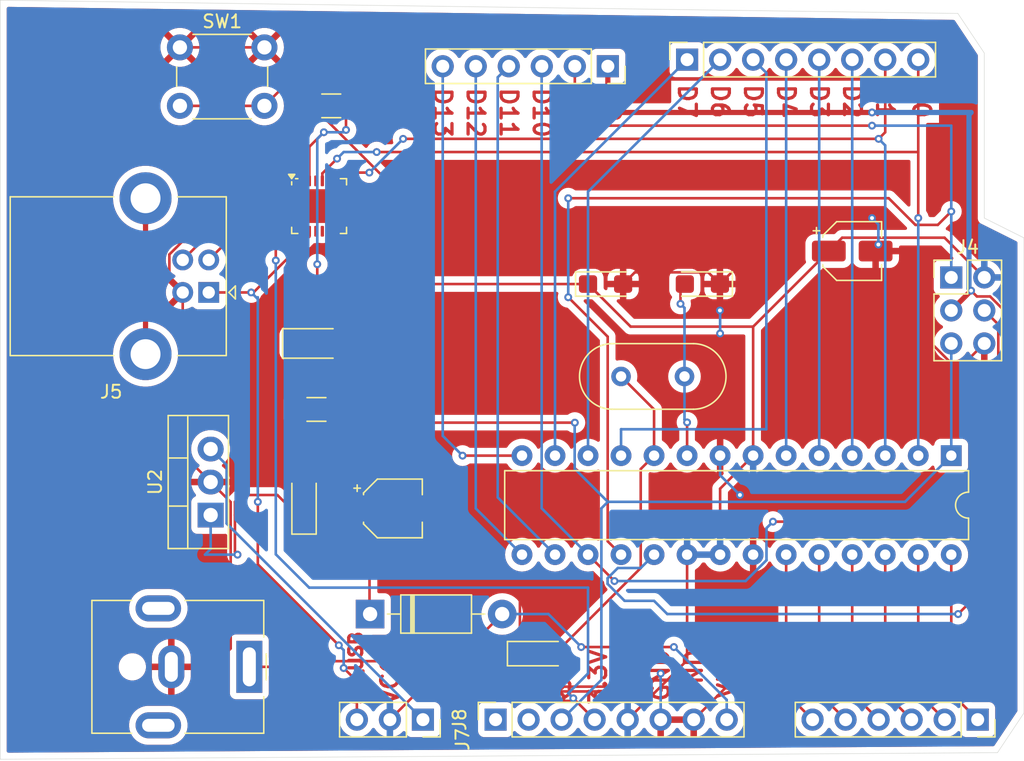
<source format=kicad_pcb>
(kicad_pcb (version 20240108) (generator "pcbnew") (generator_version "8.0")
  (layers (0 "F.Cu" signal "Front") (1 "In1.Cu" signal) (2 "In2.Cu" signal) (31 "B.Cu" signal "Back") (34 "B.Paste" user) (35 "F.Paste" user) (36 "B.SilkS" user "B.Silkscreen") (37 "F.SilkS" user "F.Silkscreen") (38 "B.Mask" user) (39 "F.Mask" user) (44 "Edge.Cuts" user))
  (net 0 "")
  (net 1 "Net-(D1-K)")
  (net 2 "/VIN")
  (net 3 "Net-(J3-Pin_6)")
  (net 4 "Net-(J1-Pin_5)")
  (net 5 "Net-(J2-Pin_6)")
  (net 6 "Net-(J1-Pin_4)")
  (net 7 "Net-(J2-Pin_2)")
  (net 8 "Net-(J3-Pin_5)")
  (net 9 "Net-(J1-Pin_6)")
  (net 10 "Net-(J1-Pin_1)")
  (net 11 "GND")
  (net 12 "Net-(J2-Pin_5)")
  (net 13 "Net-(J3-Pin_4)")
  (net 14 "VCC")
  (net 15 "Net-(J2-Pin_1)")
  (net 16 "Net-(J3-Pin_1)")
  (net 17 "Net-(J1-Pin_2)")
  (net 18 "Net-(J3-Pin_2)")
  (net 19 "Net-(J2-Pin_4)")
  (net 20 "/RXD")
  (net 21 "Net-(J3-Pin_3)")
  (net 22 "Net-(U1-PB7{slash}XTAL2)")
  (net 23 "/TXD")
  (net 24 "/RST")
  (net 25 "Net-(J1-Pin_3)")
  (net 26 "Net-(J2-Pin_3)")
  (net 27 "Net-(U1-PB6{slash}XTAL1)")
  (net 28 "/5V")
  (net 31 "Net-(J5-D+)")
  (net 36 "Net-(J5-D-)")
  (net 46 "/USB_5V")
  (net 47 "/3.3V")
  (net 49 "Net-(D2-K)")
  (net 50 "unconnected-(J5-Shield-Pad5)_0")
  (footprint "Resistor_SMD:R_1206_3216Metric" (layer "F.Cu") (at 116.7785 101.6)
    (property "Reference" "R2" (hide yes))
    (property "Value" "470" (hide yes))
    (pad "1" smd roundrect (at -1.4625 0) (size 1.125 1.75) (layers "F.Cu" "F.Paste" "F.Mask") (roundrect_rratio 0.222222) (net 49 "Net-(D2-K)"))
    (pad "2" smd roundrect (at 1.4625 0) (size 1.125 1.75) (layers "F.Cu" "F.Paste" "F.Mask") (roundrect_rratio 0.222222) (net 11 "GND"))
  )
  (footprint "Connector_USB:USB_B_Lumberg_2411_02_Horizontal" (layer "F.Cu") (at 108.492 92.594 180)
    (property "Reference" "J5" (at 7.5 -7.65 0) (layer "F.SilkS"))
    (property "Value" "USB_A")
    (pad "1" thru_hole rect (at 0 0 270) (size 1.6 1.6) (drill 0.95) (layers "*.Cu" "*.Mask") (net 46 "/USB_5V"))
    (pad "2" thru_hole circle (at 0 2.5 270) (size 1.6 1.6) (drill 0.95) (layers "*.Cu" "*.Mask") (net 36 "Net-(J5-D-)"))
    (pad "3" thru_hole circle (at 2 2.5 270) (size 1.6 1.6) (drill 0.95) (layers "*.Cu" "*.Mask") (net 31 "Net-(J5-D+)"))
    (pad "4" thru_hole circle (at 2 0 270) (size 1.6 1.6) (drill 0.95) (layers "*.Cu" "*.Mask") (net 11 "GND"))
    (pad "5" thru_hole circle (at 4.86 -4.75 270) (size 4 4) (drill 2.3) (layers "*.Cu" "*.Mask") (net 50 "unconnected-(J5-Shield-Pad5)_0"))
    (pad "5" thru_hole circle (at 4.86 7.25 270) (size 4 4) (drill 2.3) (layers "*.Cu" "*.Mask") (net 50 "unconnected-(J5-Shield-Pad5)_0"))
  )
  (footprint "Capacitor_Tantalum_SMD:CP_EIA-3216-10_Kemet-I" (layer "F.Cu") (at 115.824 108.886 90)
    (property "Reference" "C6" (hide yes))
    (property "Value" ".1uF" (hide yes))
    (pad "1" smd roundrect (at -1.35 0 90) (size 1.4 1.35) (layers "F.Cu" "F.Paste" "F.Mask") (roundrect_rratio 0.185185) (net 1 "Net-(D1-K)"))
    (pad "2" smd roundrect (at 1.35 0 90) (size 1.4 1.35) (layers "F.Cu" "F.Paste" "F.Mask") (roundrect_rratio 0.185185) (net 11 "GND"))
  )
  (footprint "Connector_PinSocket_2.54mm:PinSocket_1x08_P2.54mm_Vertical" (layer "F.Cu") (at 145.288 74.676 90)
    (property "Reference" "J2" (hide yes))
    (property "Value" "Digital IO")
    (pad "1" thru_hole rect (at 0 0 90) (size 1.7 1.7) (drill 1) (layers "*.Cu" "*.Mask") (net 15 "Net-(J2-Pin_1)"))
    (pad "2" thru_hole oval (at 0 2.54 90) (size 1.7 1.7) (drill 1) (layers "*.Cu" "*.Mask") (net 7 "Net-(J2-Pin_2)"))
    (pad "3" thru_hole oval (at 0 5.08 90) (size 1.7 1.7) (drill 1) (layers "*.Cu" "*.Mask") (net 26 "Net-(J2-Pin_3)"))
    (pad "4" thru_hole oval (at 0 7.62 90) (size 1.7 1.7) (drill 1) (layers "*.Cu" "*.Mask") (net 19 "Net-(J2-Pin_4)"))
    (pad "5" thru_hole oval (at 0 10.16 90) (size 1.7 1.7) (drill 1) (layers "*.Cu" "*.Mask") (net 12 "Net-(J2-Pin_5)"))
    (pad "6" thru_hole oval (at 0 12.7 90) (size 1.7 1.7) (drill 1) (layers "*.Cu" "*.Mask") (net 5 "Net-(J2-Pin_6)"))
    (pad "7" thru_hole oval (at 0 15.24 90) (size 1.7 1.7) (drill 1) (layers "*.Cu" "*.Mask") (net 23 "/TXD"))
    (pad "8" thru_hole oval (at 0 17.78 90) (size 1.7 1.7) (drill 1) (layers "*.Cu" "*.Mask") (net 20 "/RXD"))
  )
  (footprint "Capacitor_Tantalum_SMD:CP_EIA-3216-10_Kemet-I" (layer "F.Cu") (at 139.018 91.948)
    (property "Reference" "C3" (hide yes))
    (property "Value" "0.1uf" (hide yes))
    (pad "1" smd roundrect (at -1.35 0) (size 1.4 1.35) (layers "F.Cu" "F.Paste" "F.Mask") (roundrect_rratio 0.185185) (net 14 "VCC"))
    (pad "2" smd roundrect (at 1.35 0) (size 1.4 1.35) (layers "F.Cu" "F.Paste" "F.Mask") (roundrect_rratio 0.185185) (net 11 "GND"))
  )
  (footprint "Connector_PinSocket_2.54mm:PinSocket_1x03_P2.54mm_Vertical" (layer "F.Cu") (at 124.968 125.476 -90)
    (property "Reference" "J7" (at 1.524 -3.048 -90) (layer "F.SilkS"))
    (property "Value" "Conn_01x03_Pin")
    (pad "1" thru_hole rect (at 0 0 270) (size 1.7 1.7) (drill 1) (layers "*.Cu" "*.Mask") (net 28 "/5V"))
    (pad "2" thru_hole oval (at 0 2.54 270) (size 1.7 1.7) (drill 1) (layers "*.Cu" "*.Mask") (net 14 "VCC"))
    (pad "3" thru_hole oval (at 0 5.08 270) (size 1.7 1.7) (drill 1) (layers "*.Cu" "*.Mask") (net 46 "/USB_5V"))
  )
  (footprint "Resistor_SMD:R_1206_3216Metric" (layer "F.Cu") (at 117.9175 78.232)
    (property "Reference" "R1" (hide yes))
    (property "Value" "R" (hide yes))
    (pad "1" smd roundrect (at -1.4625 0) (size 1.125 1.75) (layers "F.Cu" "F.Paste" "F.Mask") (roundrect_rratio 0.222222) (net 14 "VCC"))
    (pad "2" smd roundrect (at 1.4625 0) (size 1.125 1.75) (layers "F.Cu" "F.Paste" "F.Mask") (roundrect_rratio 0.222222) (net 24 "/RST"))
  )
  (footprint "Connector_BarrelJack:BarrelJack_CUI_PJ-063AH_Horizontal" (layer "F.Cu") (at 111.616 121.412 -90)
    (property "Reference" "J6" (hide yes))
    (property "Value" "Barrel_Jack_Switch")
    (pad "" np_thru_hole circle (at 0 9 270) (size 1.6 1.6) (drill 1.6) (layers "*.Cu" "*.Mask"))
    (pad "1" thru_hole rect (at 0 0 270) (size 4 2) (drill oval 3 1) (layers "*.Cu" "*.Mask") (net 2 "/VIN"))
    (pad "2" thru_hole oval (at 0 6 270) (size 3.3 2) (drill oval 2.3 1) (layers "*.Cu" "*.Mask") (net 11 "GND"))
    (pad "MP" thru_hole oval (at -4.5 7 270) (size 2 3.5) (drill oval 1 2.5) (layers "*.Cu" "*.Mask"))
    (pad "MP" thru_hole oval (at 4.5 7 270) (size 2 3.5) (drill oval 1 2.5) (layers "*.Cu" "*.Mask"))
  )
  (footprint "Capacitor_SMD:CP_Elec_4x5.4" (layer "F.Cu") (at 157.988 89.408)
    (property "Reference" "C4" (hide yes))
    (property "Value" "10uf" (hide yes))
    (pad "1" smd roundrect (at -1.8 0) (size 2.6 1.6) (layers "F.Cu" "F.Paste" "F.Mask") (roundrect_rratio 0.15625) (net 14 "VCC"))
    (pad "2" smd roundrect (at 1.8 0) (size 2.6 1.6) (layers "F.Cu" "F.Paste" "F.Mask") (roundrect_rratio 0.15625) (net 11 "GND"))
  )
  (footprint "Package_DIP:DIP-28_W7.62mm" (layer "F.Cu") (at 165.608 105.156 -90)
    (property "Reference" "U1" (hide yes))
    (property "Value" "ATmega8A-P" (hide yes))
    (pad "1" thru_hole rect (at 0 0 270) (size 1.6 1.6) (drill 0.8) (layers "*.Cu" "*.Mask") (net 24 "/RST"))
    (pad "2" thru_hole oval (at 0 2.54 270) (size 1.6 1.6) (drill 0.8) (layers "*.Cu" "*.Mask") (net 20 "/RXD"))
    (pad "3" thru_hole oval (at 0 5.08 270) (size 1.6 1.6) (drill 0.8) (layers "*.Cu" "*.Mask") (net 23 "/TXD"))
    (pad "4" thru_hole oval (at 0 7.62 270) (size 1.6 1.6) (drill 0.8) (layers "*.Cu" "*.Mask") (net 5 "Net-(J2-Pin_6)"))
    (pad "5" thru_hole oval (at 0 10.16 270) (size 1.6 1.6) (drill 0.8) (layers "*.Cu" "*.Mask") (net 12 "Net-(J2-Pin_5)"))
    (pad "6" thru_hole oval (at 0 12.7 270) (size 1.6 1.6) (drill 0.8) (layers "*.Cu" "*.Mask") (net 19 "Net-(J2-Pin_4)"))
    (pad "7" thru_hole oval (at 0 15.24 270) (size 1.6 1.6) (drill 0.8) (layers "*.Cu" "*.Mask") (net 14 "VCC"))
    (pad "8" thru_hole oval (at 0 17.78 270) (size 1.6 1.6) (drill 0.8) (layers "*.Cu" "*.Mask") (net 11 "GND"))
    (pad "9" thru_hole oval (at 0 20.32 270) (size 1.6 1.6) (drill 0.8) (layers "*.Cu" "*.Mask") (net 27 "Net-(U1-PB6{slash}XTAL1)"))
    (pad "10" thru_hole oval (at 0 22.86 270) (size 1.6 1.6) (drill 0.8) (layers "*.Cu" "*.Mask") (net 22 "Net-(U1-PB7{slash}XTAL2)"))
    (pad "11" thru_hole oval (at 0 25.4 270) (size 1.6 1.6) (drill 0.8) (layers "*.Cu" "*.Mask") (net 26 "Net-(J2-Pin_3)"))
    (pad "12" thru_hole oval (at 0 27.94 270) (size 1.6 1.6) (drill 0.8) (layers "*.Cu" "*.Mask") (net 7 "Net-(J2-Pin_2)"))
    (pad "13" thru_hole oval (at 0 30.48 270) (size 1.6 1.6) (drill 0.8) (layers "*.Cu" "*.Mask") (net 15 "Net-(J2-Pin_1)"))
    (pad "14" thru_hole oval (at 0 33.02 270) (size 1.6 1.6) (drill 0.8) (layers "*.Cu" "*.Mask") (net 3 "Net-(J3-Pin_6)"))
    (pad "15" thru_hole oval (at 7.62 33.02 270) (size 1.6 1.6) (drill 0.8) (layers "*.Cu" "*.Mask") (net 8 "Net-(J3-Pin_5)"))
    (pad "16" thru_hole oval (at 7.62 30.48 270) (size 1.6 1.6) (drill 0.8) (layers "*.Cu" "*.Mask") (net 13 "Net-(J3-Pin_4)"))
    (pad "17" thru_hole oval (at 7.62 27.94 270) (size 1.6 1.6) (drill 0.8) (layers "*.Cu" "*.Mask") (net 21 "Net-(J3-Pin_3)"))
    (pad "18" thru_hole oval (at 7.62 25.4 270) (size 1.6 1.6) (drill 0.8) (layers "*.Cu" "*.Mask") (net 18 "Net-(J3-Pin_2)"))
    (pad "19" thru_hole oval (at 7.62 22.86 270) (size 1.6 1.6) (drill 0.8) (layers "*.Cu" "*.Mask") (net 16 "Net-(J3-Pin_1)"))
    (pad "20" thru_hole oval (at 7.62 20.32 270) (size 1.6 1.6) (drill 0.8) (layers "*.Cu" "*.Mask") (net 14 "VCC"))
    (pad "21" thru_hole oval (at 7.62 17.78 270) (size 1.6 1.6) (drill 0.8) (layers "*.Cu" "*.Mask") (net 14 "VCC"))
    (pad "22" thru_hole oval (at 7.62 15.24 270) (size 1.6 1.6) (drill 0.8) (layers "*.Cu" "*.Mask") (net 11 "GND"))
    (pad "23" thru_hole oval (at 7.62 12.7 270) (size 1.6 1.6) (drill 0.8) (layers "*.Cu" "*.Mask") (net 9 "Net-(J1-Pin_6)"))
    (pad "24" thru_hole oval (at 7.62 10.16 270) (size 1.6 1.6) (drill 0.8) (layers "*.Cu" "*.Mask") (net 4 "Net-(J1-Pin_5)"))
    (pad "25" thru_hole oval (at 7.62 7.62 270) (size 1.6 1.6) (drill 0.8) (layers "*.Cu" "*.Mask") (net 6 "Net-(J1-Pin_4)"))
    (pad "26" thru_hole oval (at 7.62 5.08 270) (size 1.6 1.6) (drill 0.8) (layers "*.Cu" "*.Mask") (net 25 "Net-(J1-Pin_3)"))
    (pad "27" thru_hole oval (at 7.62 2.54 270) (size 1.6 1.6) (drill 0.8) (layers "*.Cu" "*.Mask") (net 17 "Net-(J1-Pin_2)"))
    (pad "28" thru_hole oval (at 7.62 0 270) (size 1.6 1.6) (drill 0.8) (layers "*.Cu" "*.Mask") (net 10 "Net-(J1-Pin_1)"))
  )
  (footprint "Connector_PinSocket_2.54mm:PinSocket_1x06_P2.54mm_Vertical" (layer "F.Cu") (at 167.64 125.476 -90)
    (property "Reference" "J1" (hide yes))
    (property "Value" "Analog In")
    (pad "1" thru_hole rect (at 0 0 270) (size 1.7 1.7) (drill 1) (layers "*.Cu" "*.Mask") (net 10 "Net-(J1-Pin_1)"))
    (pad "2" thru_hole oval (at 0 2.54 270) (size 1.7 1.7) (drill 1) (layers "*.Cu" "*.Mask") (net 17 "Net-(J1-Pin_2)"))
    (pad "3" thru_hole oval (at 0 5.08 270) (size 1.7 1.7) (drill 1) (layers "*.Cu" "*.Mask") (net 25 "Net-(J1-Pin_3)"))
    (pad "4" thru_hole oval (at 0 7.62 270) (size 1.7 1.7) (drill 1) (layers "*.Cu" "*.Mask") (net 6 "Net-(J1-Pin_4)"))
    (pad "5" thru_hole oval (at 0 10.16 270) (size 1.7 1.7) (drill 1) (layers "*.Cu" "*.Mask") (net 4 "Net-(J1-Pin_5)"))
    (pad "6" thru_hole oval (at 0 12.7 270) (size 1.7 1.7) (drill 1) (layers "*.Cu" "*.Mask") (net 9 "Net-(J1-Pin_6)"))
  )
  (footprint "Crystal:Crystal_HC49-U_Vertical" (layer "F.Cu") (at 140.208 99.06)
    (property "Reference" "Y1" (hide yes))
    (property "Value" "16MHz" (hide yes))
    (pad "1" thru_hole circle (at 0 0) (size 1.5 1.5) (drill 0.8) (layers "*.Cu" "*.Mask") (net 22 "Net-(U1-PB7{slash}XTAL2)"))
    (pad "2" thru_hole circle (at 4.88 0) (size 1.5 1.5) (drill 0.8) (layers "*.Cu" "*.Mask") (net 27 "Net-(U1-PB6{slash}XTAL1)"))
  )
  (footprint "Package_DFN_QFN:QFN-24-1EP_4x4mm_P0.5mm_EP2.6x2.6mm" (layer "F.Cu") (at 116.982 85.9465)
    (property "Reference" "U4" (hide yes))
    (property "Value" "CP2102N-Axx-xQFN24" (hide yes))
    (pad "1" smd roundrect (at -1.9375 -1.25) (size 0.825 0.25) (layers "F.Cu" "F.Paste" "F.Mask"))
    (pad "2" smd roundrect (at -1.9375 -0.75) (size 0.825 0.25) (layers "F.Cu" "F.Paste" "F.Mask") (net 11 "GND"))
    (pad "3" smd roundrect (at -1.9375 -0.25) (size 0.825 0.25) (layers "F.Cu" "F.Paste" "F.Mask") (net 31 "Net-(J5-D+)"))
    (pad "4" smd roundrect (at -1.9375 0.25) (size 0.825 0.25) (layers "F.Cu" "F.Paste" "F.Mask") (net 36 "Net-(J5-D-)"))
    (pad "5" smd roundrect (at -1.9375 0.75) (size 0.825 0.25) (layers "F.Cu" "F.Paste" "F.Mask"))
    (pad "6" smd roundrect (at -1.9375 1.25) (size 0.825 0.25) (layers "F.Cu" "F.Paste" "F.Mask") (net 47 "/3.3V"))
    (pad "7" smd roundrect (at -1.25 1.9375) (size 0.25 0.825) (layers "F.Cu" "F.Paste" "F.Mask"))
    (pad "8" smd roundrect (at -0.75 1.9375) (size 0.25 0.825) (layers "F.Cu" "F.Paste" "F.Mask") (net 46 "/USB_5V"))
    (pad "9" smd roundrect (at -0.25 1.9375) (size 0.25 0.825) (layers "F.Cu" "F.Paste" "F.Mask"))
    (pad "10" smd roundrect (at 0.25 1.9375) (size 0.25 0.825) (layers "F.Cu" "F.Paste" "F.Mask"))
    (pad "11" smd roundrect (at 0.75 1.9375) (size 0.25 0.825) (layers "F.Cu" "F.Paste" "F.Mask"))
    (pad "12" smd roundrect (at 1.25 1.9375) (size 0.25 0.825) (layers "F.Cu" "F.Paste" "F.Mask"))
    (pad "13" smd roundrect (at 1.9375 1.25) (size 0.825 0.25) (layers "F.Cu" "F.Paste" "F.Mask"))
    (pad "14" smd roundrect (at 1.9375 0.75) (size 0.825 0.25) (layers "F.Cu" "F.Paste" "F.Mask"))
    (pad "15" smd roundrect (at 1.9375 0.25) (size 0.825 0.25) (layers "F.Cu" "F.Paste" "F.Mask"))
    (pad "16" smd roundrect (at 1.9375 -0.25) (size 0.825 0.25) (layers "F.Cu" "F.Paste" "F.Mask"))
    (pad "17" smd roundrect (at 1.9375 -0.75) (size 0.825 0.25) (layers "F.Cu" "F.Paste" "F.Mask"))
    (pad "18" smd roundrect (at 1.9375 -1.25) (size 0.825 0.25) (layers "F.Cu" "F.Paste" "F.Mask"))
    (pad "19" smd roundrect (at 1.25 -1.9375) (size 0.25 0.825) (layers "F.Cu" "F.Paste" "F.Mask"))
    (pad "20" smd roundrect (at 0.75 -1.9375) (size 0.25 0.825) (layers "F.Cu" "F.Paste" "F.Mask") (net 23 "/TXD"))
    (pad "21" smd roundrect (at 0.25 -1.9375) (size 0.25 0.825) (layers "F.Cu" "F.Paste" "F.Mask") (net 20 "/RXD"))
    (pad "22" smd roundrect (at -0.25 -1.9375) (size 0.25 0.825) (layers "F.Cu" "F.Paste" "F.Mask"))
    (pad "23" smd roundrect (at -0.75 -1.9375) (size 0.25 0.825) (layers "F.Cu" "F.Paste" "F.Mask") (net 24 "/RST"))
    (pad "24" smd roundrect (at -1.25 -1.9375) (size 0.25 0.825) (layers "F.Cu" "F.Paste" "F.Mask"))
    (pad "25" smd rect (at 0 0) (size 2.6 2.6) (property pad_prop_heatsink) (layers "F.Cu" "F.Mask") (net 11 "GND"))
  )
  (footprint "Connector_PinHeader_2.54mm:PinHeader_2x03_P2.54mm_Vertical" (layer "F.Cu") (at 165.608 91.44)
    (property "Reference" "J4" (at 1.27 -2.33 0) (layer "F.SilkS"))
    (property "Value" "Conn_02x03_Odd_Even")
    (pad "1" thru_hole rect (at 0 0) (size 1.7 1.7) (drill 1) (layers "*.Cu" "*.Mask") (net 18 "Net-(J3-Pin_2)"))
    (pad "2" thru_hole oval (at 2.54 0) (size 1.7 1.7) (drill 1) (layers "*.Cu" "*.Mask") (net 14 "VCC"))
    (pad "3" thru_hole oval (at 0 2.54) (size 1.7 1.7) (drill 1) (layers "*.Cu" "*.Mask") (net 16 "Net-(J3-Pin_1)"))
    (pad "4" thru_hole oval (at 2.54 2.54) (size 1.7 1.7) (drill 1) (layers "*.Cu" "*.Mask") (net 21 "Net-(J3-Pin_3)"))
    (pad "5" thru_hole oval (at 0 5.08) (size 1.7 1.7) (drill 1) (layers "*.Cu" "*.Mask") (net 24 "/RST"))
    (pad "6" thru_hole oval (at 2.54 5.08) (size 1.7 1.7) (drill 1) (layers "*.Cu" "*.Mask") (net 11 "GND"))
  )
  (footprint "Button_Switch_THT:SW_PUSH_6mm" (layer "F.Cu") (at 106.276 73.732)
    (property "Reference" "SW1" (at 3.25 -2 0) (layer "F.SilkS"))
    (property "Value" "SW_SPST" (hide yes))
    (pad "1" thru_hole circle (at 0 0 90) (size 2 2) (drill 1.1) (layers "*.Cu" "*.Mask") (net 11 "GND"))
    (pad "1" thru_hole circle (at 6.5 0 90) (size 2 2) (drill 1.1) (layers "*.Cu" "*.Mask") (net 11 "GND"))
    (pad "2" thru_hole circle (at 0 4.5 90) (size 2 2) (drill 1.1) (layers "*.Cu" "*.Mask") (net 24 "/RST"))
    (pad "2" thru_hole circle (at 6.5 4.5 90) (size 2 2) (drill 1.1) (layers "*.Cu" "*.Mask") (net 24 "/RST"))
  )
  (footprint "Connector_PinSocket_2.54mm:PinSocket_1x06_P2.54mm_Vertical" (layer "F.Cu") (at 139.192 75.184 -90)
    (property "Reference" "J3" (hide yes))
    (property "Value" "Digital IO")
    (pad "1" thru_hole rect (at 0 0 270) (size 1.7 1.7) (drill 1) (layers "*.Cu" "*.Mask") (net 16 "Net-(J3-Pin_1)"))
    (pad "2" thru_hole oval (at 0 2.54 270) (size 1.7 1.7) (drill 1) (layers "*.Cu" "*.Mask") (net 18 "Net-(J3-Pin_2)"))
    (pad "3" thru_hole oval (at 0 5.08 270) (size 1.7 1.7) (drill 1) (layers "*.Cu" "*.Mask") (net 21 "Net-(J3-Pin_3)"))
    (pad "4" thru_hole oval (at 0 7.62 270) (size 1.7 1.7) (drill 1) (layers "*.Cu" "*.Mask") (net 13 "Net-(J3-Pin_4)"))
    (pad "5" thru_hole oval (at 0 10.16 270) (size 1.7 1.7) (drill 1) (layers "*.Cu" "*.Mask") (net 8 "Net-(J3-Pin_5)"))
    (pad "6" thru_hole oval (at 0 12.7 270) (size 1.7 1.7) (drill 1) (layers "*.Cu" "*.Mask") (net 3 "Net-(J3-Pin_6)"))
  )
  (footprint "Connector_PinSocket_2.54mm:PinSocket_1x08_P2.54mm_Vertical" (layer "F.Cu") (at 130.556 125.476 90)
    (property "Reference" "J8" (at 0 -2.77 90) (layer "F.SilkS"))
    (property "Value" "PWR")
    (pad "1" thru_hole rect (at 0 0 90) (size 1.7 1.7) (drill 1) (layers "*.Cu" "*.Mask"))
    (pad "2" thru_hole oval (at 0 2.54 90) (size 1.7 1.7) (drill 1) (layers "*.Cu" "*.Mask"))
    (pad "3" thru_hole oval (at 0 5.08 90) (size 1.7 1.7) (drill 1) (layers "*.Cu" "*.Mask") (net 24 "/RST"))
    (pad "4" thru_hole oval (at 0 7.62 90) (size 1.7 1.7) (drill 1) (layers "*.Cu" "*.Mask") (net 47 "/3.3V"))
    (pad "5" thru_hole oval (at 0 10.16 90) (size 1.7 1.7) (drill 1) (layers "*.Cu" "*.Mask") (net 14 "VCC"))
    (pad "6" thru_hole oval (at 0 12.7 90) (size 1.7 1.7) (drill 1) (layers "*.Cu" "*.Mask") (net 11 "GND"))
    (pad "7" thru_hole oval (at 0 15.24 90) (size 1.7 1.7) (drill 1) (layers "*.Cu" "*.Mask") (net 11 "GND"))
    (pad "8" thru_hole oval (at 0 17.78 90) (size 1.7 1.7) (drill 1) (layers "*.Cu" "*.Mask") (net 2 "/VIN"))
  )
  (footprint "Capacitor_Tantalum_SMD:CP_EIA-3216-10_Kemet-I" (layer "F.Cu") (at 133.778 120.396)
    (property "Reference" "C2" (hide yes))
    (property "Value" ".1uF" (hide yes))
    (pad "1" smd roundrect (at -1.35 0) (size 1.4 1.35) (layers "F.Cu" "F.Paste" "F.Mask") (roundrect_rratio 0.185185) (net 11 "GND"))
    (pad "2" smd roundrect (at 1.35 0) (size 1.4 1.35) (layers "F.Cu" "F.Paste" "F.Mask") (roundrect_rratio 0.185185) (net 22 "Net-(U1-PB7{slash}XTAL2)"))
  )
  (footprint "Capacitor_SMD:CP_Elec_4x5.4" (layer "F.Cu") (at 122.66 109.22)
    (property "Reference" "C5" (hide yes))
    (property "Value" "100uF/25V" (hide yes))
    (pad "1" smd roundrect (at -1.8 0) (size 2.6 1.6) (layers "F.Cu" "F.Paste" "F.Mask") (roundrect_rratio 0.15625) (net 1 "Net-(D1-K)"))
    (pad "2" smd roundrect (at 1.8 0) (size 2.6 1.6) (layers "F.Cu" "F.Paste" "F.Mask") (roundrect_rratio 0.15625) (net 11 "GND"))
  )
  (footprint "Package_TO_SOT_THT:TO-220-3_Vertical" (layer "F.Cu") (at 108.641 109.728 90)
    (property "Reference" "U2" (at 2.54 -4.27 90) (layer "F.SilkS"))
    (property "Value" "LM7805_TO220" (hide yes))
    (pad "1" thru_hole rect (at 0 0 90) (size 1.905 2) (drill 1.1) (layers "*.Cu" "*.Mask") (net 1 "Net-(D1-K)"))
    (pad "2" thru_hole oval (at 2.54 0 90) (size 1.905 2) (drill 1.1) (layers "*.Cu" "*.Mask") (net 11 "GND"))
    (pad "3" thru_hole oval (at 5.08 0 90) (size 1.905 2) (drill 1.1) (layers "*.Cu" "*.Mask") (net 28 "/5V"))
  )
  (footprint "Diode_THT:D_DO-41_SOD81_P10.16mm_Horizontal" (layer "F.Cu") (at 120.904 117.348)
    (property "Reference" "D1" (hide yes))
    (property "Value" "1N4004" (hide yes))
    (pad "1" thru_hole rect (at 0 0) (size 2.2 2.2) (drill 1.1) (layers "*.Cu" "*.Mask") (net 1 "Net-(D1-K)"))
    (pad "2" thru_hole oval (at 10.16 0) (size 2.2 2.2) (drill 1.1) (layers "*.Cu" "*.Mask") (net 2 "/VIN"))
  )
  (footprint "LED_SMD:LED_1206_3216Metric" (layer "F.Cu") (at 116.456 96.52)
    (property "Reference" "D2" (hide yes))
    (property "Value" "LED" (hide yes))
    (pad "1" smd roundrect (at -1.4 0) (size 1.25 1.75) (layers "F.Cu" "F.Paste" "F.Mask") (roundrect_rratio 0.2) (net 49 "Net-(D2-K)"))
    (pad "2" smd roundrect (at 1.4 0) (size 1.25 1.75) (layers "F.Cu" "F.Paste" "F.Mask") (roundrect_rratio 0.2) (net 14 "VCC"))
  )
  (footprint "Capacitor_Tantalum_SMD:CP_EIA-3216-10_Kemet-I" (layer "F.Cu") (at 146.464 91.948 180)
    (property "Reference" "C1" (hide yes))
    (property "Value" ".1uF" (hide yes))
    (pad "1" smd roundrect (at -1.35 0 180) (size 1.4 1.35) (layers "F.Cu" "F.Paste" "F.Mask") (roundrect_rratio 0.185185) (net 11 "GND"))
    (pad "2" smd roundrect (at 1.35 0 180) (size 1.4 1.35) (layers "F.Cu" "F.Paste" "F.Mask") (roundrect_rratio 0.185185) (net 27 "Net-(U1-PB6{slash}XTAL1)"))
  )
  (gr_line (start 168.148 86.868) (end 171.196 88.392) (stroke (width 0.0381)) (layer "Edge.Cuts"))
  (gr_line (start 92.456 70.104) (end 92.456 128.524) (stroke (width 0.0381)) (layer "Edge.Cuts"))
  (gr_line (start 92.456 70.104) (end 166.116 71.12) (stroke (width 0.0381)) (layer "Edge.Cuts"))
  (gr_line (start 168.148 74.168) (end 168.148 86.868) (stroke (width 0.0381)) (layer "Edge.Cuts"))
  (gr_line (start 166.116 71.12) (end 168.148 74.168) (stroke (width 0.0381)) (layer "Edge.Cuts"))
  (gr_line (start 92.456 128.524) (end 169.164 128.016) (stroke (width 0.0381)) (layer "Edge.Cuts"))
  (gr_line (start 169.164 128.016) (end 171.196 124.968) (stroke (width 0.0381)) (layer "Edge.Cuts"))
  (gr_line (start 171.196 124.968) (end 171.196 88.392) (stroke (width 0.0381)) (layer "Edge.Cuts"))
  (gr_text "5V" (at 125.476 123.952 90) (layer "F.Cu") (effects (font (size 1.3 1.3) (thickness 0.25) (bold yes)) (justify left bottom)))
  (gr_text "5V" (at 141.224 123.952 90) (layer "F.Cu") (effects (font (size 1.3 1.3) (thickness 0.25) (bold yes)) (justify left bottom)))
  (gr_text "GND" (at 146.558 124.206 90) (layer "F.Cu") (effects (font (size 1.3 1.3) (thickness 0.25) (bold yes)) (justify left bottom)))
  (gr_text "A2" (at 160.782 123.698 90) (layer "F.Cu") (effects (font (size 1.3 1.3) (thickness 0.25) (bold yes)) (justify left bottom)))
  (gr_text "D10" (at 133.35 76.708 270) (layer "F.Cu") (effects (font (size 1.3 1.3) (thickness 0.25) (bold yes)) (justify left bottom)))
  (gr_text "3.3V" (at 139.192 124.46 90) (layer "F.Cu") (effects (font (size 1.3 1.3) (thickness 0.25) (bold yes)) (justify left bottom)))
  (gr_text "D11" (at 130.81 76.708 270) (layer "F.Cu") (effects (font (size 1.3 1.3) (thickness 0.25) (bold yes)) (justify left bottom)))
  (gr_text "D8" (at 138.684 76.708 -90) (layer "F.Cu") (effects (font (size 1.3 1.3) (thickness 0.25) (bold yes)) (justify left bottom)))
  (gr_text "GND" (at 144.018 124.206 90) (layer "F.Cu") (effects (font (size 1.3 1.3) (thickness 0.25) (bold yes)) (justify left bottom)))
  (gr_text "D12" (at 128.27 76.708 270) (layer "F.Cu") (effects (font (size 1.3 1.3) (thickness 0.25) (bold yes)) (justify left bottom)))
  (gr_text "A5" (at 168.402 122.936 90) (layer "F.Cu") (effects (font (size 1.3 1.3) (thickness 0.25) (bold yes)) (justify left bottom)))
  (gr_text "A3" (at 163.068 123.444 90) (layer "F.Cu") (effects (font (size 1.3 1.3) (thickness 0.25) (bold yes)) (justify left bottom)))
  (gr_text "D1" (at 159.766 76.454 270) (layer "F.Cu") (effects (font (size 1.3 1.3) (thickness 0.25) (bold yes)) (justify left bottom)))
  (gr_text "A4" (at 165.354 123.444 90) (layer "F.Cu") (effects (font (size 1.3 1.3) (thickness 0.25) (bold yes)) (justify left bottom)))
  (gr_text "VIN" (at 149.098 123.952 90) (layer "F.Cu") (effects (font (size 1.3 1.3) (thickness 0.25) (bold yes)) (justify left bottom)))
  (gr_text "D0" (at 162.56 76.454 -90) (layer "F.Cu") (effects (font (size 1.3 1.3) (thickness 0.25) (bold yes)) (justify left bottom)))
  (gr_text "D13" (at 125.73 76.708 270) (layer "F.Cu") (effects (font (size 1.3 1.3) (thickness 0.25) (bold yes)) (justify left bottom)))
  (gr_text "A1" (at 158.242 123.698 90) (layer "F.Cu") (effects (font (size 1.3 1.3) (thickness 0.25) (bold yes)) (justify left bottom)))
  (gr_text "5V_USB" (at 120.396 124.46 90) (layer "F.Cu") (effects (font (size 1 1) (thickness 0.25) (bold yes)) (justify left bottom)))
  (gr_text "D4" (at 152.146 76.454 270) (layer "F.Cu") (effects (font (size 1.3 1.3) (thickness 0.25) (bold yes)) (justify left bottom)))
  (gr_text "D6" (at 147.066 76.454 270) (layer "F.Cu") (effects (font (size 1.3 1.3) (thickness 0.25) (bold yes)) (justify left bottom)))
  (gr_text "D5" (at 149.606 76.454 270) (layer "F.Cu") (effects (font (size 1.3 1.3) (thickness 0.25) (bold yes)) (justify left bottom)))
  (gr_text "D2" (at 157.226 76.454 270) (layer "F.Cu") (effects (font (size 1.3 1.3) (thickness 0.25) (bold yes)) (justify left bottom)))
  (gr_text "D3" (at 154.686 76.454 270) (layer "F.Cu") (effects (font (size 1.3 1.3) (thickness 0.25) (bold yes)) (justify left bottom)))
  (gr_text "D7" (at 144.526 76.454 270) (layer "F.Cu") (effects (font (size 1.3 1.3) (thickness 0.25) (bold yes)) (justify left bottom)))
  (gr_text "VCC" (at 123.19 124.46 90) (layer "F.Cu") (effects (font (size 1.3 1.3) (thickness 0.25) (bold yes)) (justify left bottom)))
  (gr_text "A0" (at 155.448 123.698 90) (layer "F.Cu") (effects (font (size 1.3 1.3) (thickness 0.25) (bold yes)) (justify left bottom)))
  (gr_text "D9" (at 135.89 76.708 270) (layer "F.Cu") (effects (font (size 1.3 1.3) (thickness 0.25) (bold yes)) (justify left bottom)))
  (gr_text "RST" (at 136.398 124.46 90) (layer "F.Cu") (effects (font (size 1 1) (thickness 0.25) (bold yes)) (justify left bottom)))
  (segment (start 119.844 110.236) (end 120.86 109.22) (width 0.2) (layer "F.Cu") (net 1))
  (segment (start 110.508 109.728) (end 110.508 112.576) (width 0.2) (layer "F.Cu") (net 1))
  (segment (start 111.035 108.185) (end 110.508 108.712) (width 0.2) (layer "F.Cu") (net 1))
  (segment (start 120.86 109.22) (end 120.86 117.304) (width 0.2) (layer "F.Cu") (net 1))
  (segment (start 110.508 112.576) (end 110.708 112.776) (width 0.2) (layer "F.Cu") (net 1))
  (segment (start 113.773 108.185) (end 111.035 108.185) (width 0.2) (layer "F.Cu") (net 1))
  (segment (start 120.86 117.304) (end 120.904 117.348) (width 0.2) (layer "F.Cu") (net 1))
  (segment (start 115.824 110.236) (end 113.773 108.185) (width 0.2) (layer "F.Cu") (net 1))
  (segment (start 115.824 110.236) (end 119.844 110.236) (width 0.2) (layer "F.Cu") (net 1))
  (segment (start 110.508 108.712) (end 110.508 109.728) (width 0.2) (layer "F.Cu") (net 1))
  (via (at 110.708 112.776) (size 0.6) (drill 0.3) (layers "F.Cu" "B.Cu") (net 1))
  (segment (start 108.204 112.776) (end 108.641 112.339) (width 0.2) (layer "B.Cu") (net 1))
  (segment (start 108.641 112.339) (end 108.641 109.728) (width 0.2) (layer "B.Cu") (net 1))
  (segment (start 110.708 112.776) (end 108.204 112.776) (width 0.2) (layer "B.Cu") (net 1))
  (segment (start 115.316 120.976) (end 127.436 120.976) (width 0.2) (layer "F.Cu") (net 2))
  (segment (start 111.616 121.412) (end 114.88 121.412) (width 0.2) (layer "F.Cu") (net 2))
  (segment (start 137.141 119.888) (end 144.272 119.888) (width 0.2) (layer "F.Cu") (net 2))
  (segment (start 114.88 121.412) (end 115.316 120.976) (width 0.2) (layer "F.Cu") (net 2))
  (segment (start 127.436 120.976) (end 131.064 117.348) (width 0.2) (layer "F.Cu") (net 2))
  (via (at 144.272 119.888) (size 0.6) (drill 0.3) (layers "F.Cu" "B.Cu") (net 2))
  (via (at 137.141 119.888) (size 0.6) (drill 0.3) (layers "F.Cu" "B.Cu") (net 2))
  (segment (start 134.62 117.348) (end 137.16 119.888) (width 0.2) (layer "B.Cu") (net 2))
  (segment (start 137.16 119.888) (end 137.141 119.888) (width 0.2) (layer "B.Cu") (net 2))
  (segment (start 144.272 119.888) (end 148.336 123.952) (width 0.2) (layer "B.Cu") (net 2))
  (segment (start 148.336 123.952) (end 148.336 125.476) (width 0.2) (layer "B.Cu") (net 2))
  (segment (start 131.064 117.348) (end 134.62 117.348) (width 0.2) (layer "B.Cu") (net 2))
  (segment (start 128.016 105.156) (end 132.588 105.156) (width 0.2) (layer "F.Cu") (net 3))
  (via (at 128.016 105.156) (size 0.6) (drill 0.3) (layers "F.Cu" "B.Cu") (net 3))
  (segment (start 126.492 103.632) (end 128.016 105.156) (width 0.2) (layer "B.Cu") (net 3))
  (segment (start 126.492 75.184) (end 126.492 103.632) (width 0.2) (layer "B.Cu") (net 3))
  (segment (start 155.448 123.444) (end 157.48 125.476) (width 0.2) (layer "F.Cu") (net 4))
  (segment (start 155.448 112.776) (end 155.448 123.444) (width 0.2) (layer "F.Cu") (net 4))
  (segment (start 157.988 105.156) (end 157.988 74.676) (width 0.2) (layer "B.Cu") (net 5))
  (segment (start 157.988 112.776) (end 157.988 123.444) (width 0.2) (layer "F.Cu") (net 6))
  (segment (start 157.988 123.444) (end 160.02 125.476) (width 0.2) (layer "F.Cu") (net 6))
  (segment (start 137.668 84.836) (end 137.668 105.156) (width 0.2) (layer "B.Cu") (net 7))
  (segment (start 147.828 74.676) (end 137.668 84.836) (width 0.2) (layer "B.Cu") (net 7))
  (segment (start 129.032 75.184) (end 129.032 109.22) (width 0.2) (layer "B.Cu") (net 8))
  (segment (start 129.032 109.22) (end 132.588 112.776) (width 0.2) (layer "B.Cu") (net 8))
  (segment (start 152.908 112.776) (end 152.908 123.444) (width 0.2) (layer "F.Cu") (net 9))
  (segment (start 152.908 123.444) (end 154.94 125.476) (width 0.2) (layer "F.Cu") (net 9))
  (segment (start 165.608 112.776) (end 165.608 123.444) (width 0.2) (layer "F.Cu") (net 10))
  (segment (start 165.608 123.444) (end 167.64 125.476) (width 0.2) (layer "F.Cu") (net 10))
  (segment (start 132.428 115.888) (end 132.428 120.396) (width 0.2) (layer "F.Cu") (net 11))
  (segment (start 159.788 89.408) (end 159.788 92.223109) (width 0.2) (layer "F.Cu") (net 11))
  (segment (start 110.181 108.728) (end 110.181 119.999) (width 0.2) (layer "F.Cu") (net 11))
  (segment (start 118.241 105.033) (end 118.241 105.119) (width 0.2) (layer "F.Cu") (net 11))
  (segment (start 115.0445 85.1965) (end 116.232 85.1965) (width 0.4) (layer "F.Cu") (net 11))
  (segment (start 106.492 92.594) (end 105.465 91.567) (width 0.2) (layer "F.Cu") (net 11))
  (segment (start 132.428 122.776) (end 132.588 122.936) (width 0.2) (layer "F.Cu") (net 11))
  (segment (start 150.368 109.201) (end 150.368 112.776) (width 0.2) (layer "F.Cu") (net 11))
  (segment (start 120.273 105.033) (end 124.46 109.22) (width 0.2) (layer "F.Cu") (net 11))
  (segment (start 108.641 107.188) (end 115.476 107.188) (width 0.2) (layer "F.Cu") (net 11))
  (segment (start 105.465 89.668602) (end 109.937102 85.1965) (width 0.2) (layer "F.Cu") (net 11))
  (segment (start 140.368 91.948) (end 141.27 91.046) (width 0.2) (layer "F.Cu") (net 11))
  (segment (start 159.788 92.223109) (end 165.608891 98.044) (width 0.2) (layer "F.Cu") (net 11))
  (segment (start 108.768 121.412) (end 105.616 121.412) (width 0.2) (layer "F.Cu") (net 11))
  (segment (start 106.492 105.039) (end 108.641 107.188) (width 0.2) (layer "F.Cu") (net 11))
  (segment (start 112.776 81.788) (end 112.776 83.547646) (width 0.2) (layer "F.Cu") (net 11))
  (segment (start 118.241 105.119) (end 115.824 107.536) (width 0.2) (layer "F.Cu") (net 11))
  (segment (start 147.828 105.156) (end 147.828 95.755) (width 0.2) (layer "F.Cu") (net 11))
  (segment (start 141.27 91.046) (end 146.912 91.046) (width 0.2) (layer "F.Cu") (net 11))
  (segment (start 106.492 92.594) (end 106.492 105.039) (width 0.2) (layer "F.Cu") (net 11))
  (segment (start 105.465 91.567) (end 105.465 89.668602) (width 0.2) (layer "F.Cu") (net 11))
  (segment (start 146.912 91.046) (end 147.814 91.948) (width 0.2) (layer "F.Cu") (net 11))
  (segment (start 145.796 125.476) (end 143.256 125.476) (width 0.2) (layer "F.Cu") (net 11))
  (segment (start 104.14 75.868) (end 104.14 80.772) (width 0.2) (layer "F.Cu") (net 11))
  (segment (start 108.641 107.188) (end 110.181 108.728) (width 0.2) (layer "F.Cu") (net 11))
  (segment (start 112.776 73.732) (end 106.276 73.732) (width 0.2) (layer "F.Cu") (net 11))
  (segment (start 110.181 119.999) (end 108.768 121.412) (width 0.2) (layer "F.Cu") (net 11))
  (segment (start 104.14 80.772) (end 111.76 80.772) (width 0.2) (layer "F.Cu") (net 11))
  (segment (start 165.608891 98.044) (end 166.624 98.044) (width 0.2) (layer "F.Cu") (net 11))
  (segment (start 166.624 98.044) (end 168.148 96.52) (width 0.2) (layer "F.Cu") (net 11))
  (segment (start 118.241 101.6) (end 118.241 105.033) (width 0.2) (layer "F.Cu") (net 11))
  (segment (start 111.76 80.772) (end 112.776 81.788) (width 0.2) (layer "F.Cu") (net 11))
  (segment (start 159.788 89.121) (end 160.001 88.908) (width 0.2) (layer "F.Cu") (net 11))
  (segment (start 152.894 86.868) (end 159.512 86.868) (width 0.2) (layer "F.Cu") (net 11))
  (segment (start 147.814 91.948) (end 147.814 93.98) (width 0.2) (layer "F.Cu") (net 11))
  (segment (start 159.788 89.408) (end 159.788 89.121) (width 0.2) (layer "F.Cu") (net 11))
  (segment (start 147.814 91.948) (end 152.894 86.868) (width 0.2) (layer "F.Cu") (net 11))
  (segment (start 132.428 120.396) (end 132.428 122.776) (width 0.2) (layer "F.Cu") (net 11))
  (segment (start 142.24 122.936) (end 143.256 121.92) (width 0.2) (layer "F.Cu") (net 11))
  (segment (start 150.368 112.776) (end 150.368 120.904) (width 0.2) (layer "F.Cu") (net 11))
  (segment (start 114.424854 85.1965) (end 115.0445 85.1965) (width 0.2) (layer "F.Cu") (net 11))
  (segment (start 115.476 107.188) (end 115.824 107.536) (width 0.2) (layer "F.Cu") (net 11))
  (segment (start 124.46 109.22) (end 125.76 109.22) (width 0.2) (layer "F.Cu") (net 11))
  (segment (start 116.232 85.1965) (end 116.982 85.9465) (width 0.4) (layer "F.Cu") (net 11))
  (segment (start 149.352 108.185) (end 150.368 109.201) (width 0.2) (layer "F.Cu") (net 11))
  (segment (start 125.76 109.22) (end 132.428 115.888) (width 0.2) (layer "F.Cu") (net 11))
  (segment (start 109.937102 85.1965) (end 114.424854 85.1965) (width 0.2) (layer "F.Cu") (net 11))
  (segment (start 106.276 73.732) (end 104.14 75.868) (width 0.2) (layer "F.Cu") (net 11))
  (segment (start 150.368 120.904) (end 145.796 125.476) (width 0.2) (layer "F.Cu") (net 11))
  (segment (start 118.241 105.033) (end 120.273 105.033) (width 0.2) (layer "F.Cu") (net 11))
  (segment (start 112.776 83.547646) (end 114.424854 85.1965) (width 0.2) (layer "F.Cu") (net 11))
  (segment (start 132.588 122.936) (end 142.24 122.936) (width 0.2) (layer "F.Cu") (net 11))
  (via (at 149.352 108.185) (size 0.6) (drill 0.3) (layers "F.Cu" "B.Cu") (net 11))
  (via (at 159.512 86.868) (size 0.6) (drill 0.3) (layers "F.Cu" "B.Cu") (net 11))
  (via (at 143.256 121.92) (size 0.6) (drill 0.3) (layers "F.Cu" "B.Cu") (net 11))
  (via (at 160.001 88.908) (size 0.6) (drill 0.3) (layers "F.Cu" "B.Cu") (net 11))
  (via (at 147.814 93.98) (size 0.6) (drill 0.3) (layers "F.Cu" "B.Cu") (net 11))
  (via (at 147.828 95.755) (size 0.6) (drill 0.3) (layers "F.Cu" "B.Cu") (net 11))
  (segment (start 147.828 106.661) (end 149.352 108.185) (width 0.2) (layer "B.Cu") (net 11))
  (segment (start 147.828 93.994) (end 147.814 93.98) (width 0.2) (layer "B.Cu") (net 11))
  (segment (start 160.001 88.908) (end 160.001 87.357) (width 0.2) (layer "B.Cu") (net 11))
  (segment (start 147.828 95.755) (end 147.828 93.994) (width 0.2) (layer "B.Cu") (net 11))
  (segment (start 143.256 121.92) (end 143.256 125.476) (width 0.2) (layer "B.Cu") (net 11))
  (segment (start 147.828 105.156) (end 147.828 106.661) (width 0.2) (layer "B.Cu") (net 11))
  (segment (start 160.001 87.357) (end 159.512 86.868) (width 0.2) (layer "B.Cu") (net 11))
  (segment (start 155.448 74.676) (end 155.448 105.156) (width 0.2) (layer "B.Cu") (net 12))
  (segment (start 131.572 75.184) (end 130.722 76.034) (width 0.2) (layer "B.Cu") (net 13))
  (segment (start 130.722 108.37) (end 135.128 112.776) (width 0.2) (layer "B.Cu") (net 13))
  (segment (start 130.722 76.034) (end 130.722 108.37) (width 0.2) (layer "B.Cu") (net 13))
  (segment (start 122.428 91.948) (end 122.428 84.205) (width 0.2) (layer "F.Cu") (net 14))
  (segment (start 140.578354 123.306354) (end 140.716 123.444) (width 0.2) (layer "F.Cu") (net 14))
  (segment (start 122.428 84.205) (end 116.455 78.232) (width 0.2) (layer "F.Cu") (net 14))
  (segment (start 132.725646 123.306354) (end 140.578354 123.306354) (width 0.2) (layer "F.Cu") (net 14))
  (segment (start 150.368 95.228) (end 156.188 89.408) (width 0.2) (layer "F.Cu") (net 14))
  (segment (start 137.668 91.948) (end 140.948 95.228) (width 0.2) (layer "F.Cu") (net 14))
  (segment (start 150.368 105.156) (end 150.368 95.228) (width 0.2) (layer "F.Cu") (net 14))
  (segment (start 137.668 91.948) (end 122.428 91.948) (width 0.2) (layer "F.Cu") (net 14))
  (segment (start 140.716 123.444) (end 140.716 125.476) (width 0.2) (layer "F.Cu") (net 14))
  (segment (start 147.828 112.776) (end 147.828 107.696) (width 0.2) (layer "F.Cu") (net 14))
  (segment (start 124.968 122.936) (end 131.572 122.936) (width 0.2) (layer "F.Cu") (net 14))
  (segment (start 157.215 88.381) (end 165.089 88.381) (width 0.2) (layer "F.Cu") (net 14))
  (segment (start 156.188 89.408) (end 157.215 88.381) (width 0.2) (layer "F.Cu") (net 14))
  (segment (start 131.572 122.936) (end 132.08 123.444) (width 0.2) (layer "F.Cu") (net 14))
  (segment (start 122.428 125.476) (end 124.968 122.936) (width 0.2) (layer "F.Cu") (net 14))
  (segment (start 165.089 88.381) (end 168.148 91.44) (width 0.2) (layer "F.Cu") (net 14))
  (segment (start 132.08 123.444) (end 132.588 123.444) (width 0.2) (layer "F.Cu") (net 14))
  (segment (start 122.428 91.948) (end 117.856 96.52) (width 0.2) (layer "F.Cu") (net 14))
  (segment (start 132.588 123.444) (end 132.725646 123.306354) (width 0.2) (layer "F.Cu") (net 14))
  (segment (start 140.948 95.228) (end 150.368 95.228) (width 0.2) (layer "F.Cu") (net 14))
  (segment (start 145.288 112.776) (end 145.288 120.904) (width 0.2) (layer "F.Cu") (net 14))
  (segment (start 147.828 112.776) (end 145.288 112.776) (width 0.2) (layer "F.Cu") (net 14))
  (segment (start 147.828 107.696) (end 150.368 105.156) (width 0.2) (layer "F.Cu") (net 14))
  (segment (start 145.288 120.904) (end 140.716 125.476) (width 0.2) (layer "F.Cu") (net 14))
  (segment (start 135.128 84.836) (end 135.128 105.156) (width 0.2) (layer "B.Cu") (net 15))
  (segment (start 145.288 74.676) (end 135.128 84.836) (width 0.2) (layer "B.Cu") (net 15))
  (segment (start 167.132 92.456) (end 165.608 93.98) (width 0.4) (layer "F.Cu") (net 16))
  (segment (start 139.192 75.184) (end 139.192 78.74) (width 0.4) (layer "F.Cu") (net 16))
  (segment (start 169.552 93.860891) (end 169.552 113.931) (width 0.2) (layer "F.Cu") (net 16))
  (segment (start 139.192 78.74) (end 159.512 78.74) (width 0.4) (layer "F.Cu") (net 16))
  (segment (start 168.594109 92.903) (end 169.552 93.860891) (width 0.2) (layer "F.Cu") (net 16))
  (segment (start 167.132 92.456) (end 167.579 92.903) (width 0.2) (layer "F.Cu") (net 16))
  (segment (start 169.552 113.931) (end 166.135 117.348) (width 0.2) (layer "F.Cu") (net 16))
  (segment (start 167.579 92.903) (end 168.594109 92.903) (width 0.2) (layer "F.Cu") (net 16))
  (via (at 167.132 92.456) (size 0.6) (drill 0.3) (layers "F.Cu" "B.Cu") (net 16))
  (via (at 166.135 117.348) (size 0.6) (drill 0.3) (layers "F.Cu" "B.Cu") (net 16))
  (via (at 159.512 78.74) (size 0.6) (drill 0.3) (layers "F.Cu" "B.Cu") (net 16))
  (segment (start 141.721 113.803) (end 142.748 112.776) (width 0.2) (layer "B.Cu") (net 16))
  (segment (start 166.135 117.348) (end 143.764 117.348) (width 0.2) (layer "B.Cu") (net 16))
  (segment (start 142.748 116.332) (end 140.478709 116.332) (width 0.2) (layer "B.Cu") (net 16))
  (segment (start 139.173 114.589709) (end 139.959709 113.803) (width 0.2) (layer "B.Cu") (net 16))
  (segment (start 159.512 78.74) (end 167.132 78.74) (width 0.4) (layer "B.Cu") (net 16))
  (segment (start 140.478709 116.332) (end 139.173 115.026291) (width 0.2) (layer "B.Cu") (net 16))
  (segment (start 143.764 117.348) (end 142.748 116.332) (width 0.2) (layer "B.Cu") (net 16))
  (segment (start 167.132 78.74) (end 166.971 78.901) (width 0.4) (layer "B.Cu") (net 16))
  (segment (start 139.173 115.026291) (end 139.173 114.589709) (width 0.2) (layer "B.Cu") (net 16))
  (segment (start 166.971 92.295) (end 167.132 92.456) (width 0.4) (layer "B.Cu") (net 16))
  (segment (start 139.959709 113.803) (end 141.721 113.803) (width 0.2) (layer "B.Cu") (net 16))
  (segment (start 166.971 78.901) (end 166.971 92.295) (width 0.4) (layer "B.Cu") (net 16))
  (segment (start 163.068 112.776) (end 163.068 123.444) (width 0.2) (layer "F.Cu") (net 17))
  (segment (start 163.068 123.444) (end 165.1 125.476) (width 0.2) (layer "F.Cu") (net 17))
  (segment (start 136.652 75.184) (end 136.652 79.756) (width 0.2) (layer "F.Cu") (net 18))
  (segment (start 164.573 87.395) (end 165.608 86.36) (width 0.2) (layer "F.Cu") (net 18))
  (segment (start 140.208 112.776) (end 139.181 111.749) (width 0.2) (layer "F.Cu") (net 18))
  (segment (start 136.652 79.756) (end 159.512 79.756) (width 0.2) (layer "F.Cu") (net 18))
  (segment (start 139.181 111.749) (end 139.181 96.001) (width 0.2) (layer "F.Cu") (net 18))
  (segment (start 162.849709 87.395) (end 164.573 87.395) (width 0.2) (layer "F.Cu") (net 18))
  (segment (start 139.181 96.001) (end 136.144 92.964) (width 0.2) (layer "F.Cu") (net 18))
  (segment (start 136.144 85.344) (end 160.798709 85.344) (width 0.2) (layer "F.Cu") (net 18))
  (segment (start 160.798709 85.344) (end 162.849709 87.395) (width 0.2) (layer "F.Cu") (net 18))
  (via (at 165.608 86.36) (size 0.6) (drill 0.3) (layers "F.Cu" "B.Cu") (net 18))
  (via (at 159.512 79.756) (size 0.6) (drill 0.3) (layers "F.Cu" "B.Cu") (net 18))
  (via (at 136.144 92.964) (size 0.6) (drill 0.3) (layers "F.Cu" "B.Cu") (net 18))
  (via (at 136.144 85.344) (size 0.6) (drill 0.3) (layers "F.Cu" "B.Cu") (net 18))
  (segment (start 165.608 79.756) (end 165.608 86.36) (width 0.2) (layer "B.Cu") (net 18))
  (segment (start 136.144 92.964) (end 136.144 85.344) (width 0.2) (layer "B.Cu") (net 18))
  (segment (start 159.512 79.756) (end 165.608 79.756) (width 0.2) (layer "B.Cu") (net 18))
  (segment (start 165.608 86.36) (end 165.608 91.44) (width 0.2) (layer "B.Cu") (net 18))
  (segment (start 152.908 74.676) (end 152.908 105.156) (width 0.2) (layer "B.Cu") (net 19))
  (segment (start 118.364 82.296) (end 117.232 83.428) (width 0.2) (layer "F.Cu") (net 20))
  (segment (start 163.068 81.788) (end 163.068 86.868) (width 0.2) (layer "F.Cu") (net 20))
  (segment (start 163.068 81.788) (end 163.068 74.676) (width 0.2) (layer "F.Cu") (net 20))
  (segment (start 117.232 83.428) (end 117.232 84.009) (width 0.2) (layer "F.Cu") (net 20))
  (segment (start 121.412 81.788) (end 163.068 81.788) (width 0.2) (layer "F.Cu") (net 20))
  (via (at 121.412 81.788) (size 0.6) (drill 0.3) (layers "F.Cu" "B.Cu") (net 20))
  (via (at 163.068 86.868) (size 0.6) (drill 0.3) (layers "F.Cu" "B.Cu") (net 20))
  (via (at 118.364 82.296) (size 0.6) (drill 0.3) (layers "F.Cu" "B.Cu") (net 20))
  (segment (start 118.872 81.788) (end 118.364 82.296) (width 0.2) (layer "B.Cu") (net 20))
  (segment (start 121.412 81.788) (end 118.872 81.788) (width 0.2) (layer "B.Cu") (net 20))
  (segment (start 163.068 86.868) (end 163.068 105.156) (width 0.2) (layer "B.Cu") (net 20))
  (segment (start 151.892 110.236) (end 169.164 110.236) (width 0.2) (layer "F.Cu") (net 21))
  (segment (start 139.7 114.808) (end 137.668 112.776) (width 0.2) (layer "F.Cu") (net 21))
  (segment (start 169.225 110.175) (end 169.225 95.057) (width 0.2) (layer "F.Cu") (net 21))
  (segment (start 169.164 110.236) (end 169.225 110.175) (width 0.2) (layer "F.Cu") (net 21))
  (segment (start 169.225 95.057) (end 168.148 93.98) (width 0.2) (layer "F.Cu") (net 21))
  (via (at 151.892 110.236) (size 0.6) (drill 0.3) (layers "F.Cu" "B.Cu") (net 21))
  (via (at 139.7 114.808) (size 0.6) (drill 0.3) (layers "F.Cu" "B.Cu") (net 21))
  (segment (start 151.395 110.733) (end 151.395 113.201398) (width 0.2) (layer "B.Cu") (net 21))
  (segment (start 151.395 113.201398) (end 149.788398 114.808) (width 0.2) (layer "B.Cu") (net 21))
  (segment (start 134.101 75.195) (end 134.101 109.209) (width 0.2) (layer "B.Cu") (net 21))
  (segment (start 149.788398 114.808) (end 139.7 114.808) (width 0.2) (layer "B.Cu") (net 21))
  (segment (start 151.892 110.236) (end 151.395 110.733) (width 0.2) (layer "B.Cu") (net 21))
  (segment (start 134.101 109.209) (end 137.668 112.776) (width 0.2) (layer "B.Cu") (net 21))
  (segment (start 134.112 75.184) (end 134.101 75.195) (width 0.2) (layer "B.Cu") (net 21))
  (segment (start 141.721 106.183) (end 141.721 113.803) (width 0.2) (layer "F.Cu") (net 22))
  (segment (start 142.748 105.156) (end 141.721 106.183) (width 0.2) (layer "F.Cu") (net 22))
  (segment (start 140.208 99.06) (end 142.748 101.6) (width 0.2) (layer "F.Cu") (net 22))
  (segment (start 142.748 101.6) (end 142.748 105.156) (width 0.2) (layer "F.Cu") (net 22))
  (segment (start 141.721 113.803) (end 135.128 120.396) (width 0.2) (layer "F.Cu") (net 22))
  (segment (start 123.444 80.772) (end 160.02 80.772) (width 0.2) (layer "F.Cu") (net 23))
  (segment (start 160.528 80.264) (end 160.528 74.676) (width 0.2) (layer "F.Cu") (net 23))
  (segment (start 117.732 83.596501) (end 117.959355 83.369146) (width 0.2) (layer "F.Cu") (net 23))
  (segment (start 117.732 84.009) (end 117.732 83.596501) (width 0.2) (layer "F.Cu") (net 23))
  (segment (start 160.02 80.772) (end 160.528 80.264) (width 0.2) (layer "F.Cu") (net 23))
  (segment (start 117.959355 83.369146) (end 120.846854 83.369146) (width 0.2) (layer "F.Cu") (net 23))
  (via (at 123.444 80.772) (size 0.6) (drill 0.3) (layers "F.Cu" "B.Cu") (net 23))
  (via (at 120.846854 83.369146) (size 0.6) (drill 0.3) (layers "F.Cu" "B.Cu") (net 23))
  (via (at 160.02 80.772) (size 0.6) (drill 0.3) (layers "F.Cu" "B.Cu") (net 23))
  (segment (start 160.528 81.28) (end 160.02 80.772) (width 0.2) (layer "B.Cu") (net 23))
  (segment (start 160.528 105.156) (end 160.528 81.28) (width 0.2) (layer "B.Cu") (net 23))
  (segment (start 120.846854 83.369146) (end 123.444 80.772) (width 0.2) (layer "B.Cu") (net 23))
  (segment (start 119.38 78.232) (end 118.278 77.13) (width 0.2) (layer "F.Cu") (net 24))
  (segment (start 119.052146 78.559854) (end 119.38 78.232) (width 0.2) (layer "F.Cu") (net 24))
  (segment (start 116.84 97.185506) (end 116.84 90.424) (width 0.2) (layer "F.Cu") (net 24))
  (segment (start 122.270494 102.616) (end 116.84 97.185506) (width 0.2) (layer "F.Cu") (net 24))
  (segment (start 113.878 77.13) (end 112.776 78.232) (width 0.2) (layer "F.Cu") (net 24))
  (segment (start 116.232 81.38) (end 117.348 80.264) (width 0.2) (layer "F.Cu") (net 24))
  (segment (start 118.278 77.13) (end 113.878 77.13) (width 0.2) (layer "F.Cu") (net 24))
  (segment (start 119.052146 80.083854) (end 119.052146 78.559854) (width 0.2) (layer "F.Cu") (net 24))
  (segment (start 116.232 84.009) (end 116.232 81.38) (width 0.2) (layer "F.Cu") (net 24))
  (segment (start 136.652 102.616) (end 122.270494 102.616) (width 0.2) (layer "F.Cu") (net 24))
  (segment (start 112.776 78.232) (end 106.276 78.232) (width 0.2) (layer "F.Cu") (net 24))
  (via (at 136.652 102.616) (size 0.6) (drill 0.3) (layers "F.Cu" "B.Cu") (net 24))
  (via (at 119.052146 80.083854) (size 0.6) (drill 0.3) (layers "F.Cu" "B.Cu") (net 24))
  (via (at 117.348 80.264) (size 0.6) (drill 0.3) (layers "F.Cu" "B.Cu") (net 24))
  (via (at 116.84 90.424) (size 0.6) (drill 0.3) (layers "F.Cu" "B.Cu") (net 24))
  (segment (start 136.641 102.627) (end 136.652 102.616) (width 0.2) (layer "B.Cu") (net 24))
  (segment (start 162.052 108.712) (end 139.192 108.712) (width 0.2) (layer "B.Cu") (net 24))
  (segment (start 165.608 105.156) (end 162.052 108.712) (width 0.2) (layer "B.Cu") (net 24))
  (segment (start 165.608 96.52) (end 165.608 105.156) (width 0.2) (layer "B.Cu") (net 24))
  (segment (start 116.84 80.772) (end 117.348 80.264) (width 0.2) (layer "B.Cu") (net 24))
  (segment (start 117.348 80.264) (end 118.872 80.264) (width 0.2) (layer "B.Cu") (net 24))
  (segment (start 118.872 80.264) (end 119.052146 80.083854) (width 0.2) (layer "B.Cu") (net 24))
  (segment (start 136.641 106.161) (end 136.641 102.627) (width 0.2) (layer "B.Cu") (net 24))
  (segment (start 139.192 108.712) (end 136.641 106.161) (width 0.2) (layer "B.Cu") (net 24))
  (segment (start 116.84 90.424) (end 116.84 80.772) (width 0.2) (layer "B.Cu") (net 24))
  (segment (start 138.695 122.417) (end 135.636 125.476) (width 0.2) (layer "B.Cu") (net 24))
  (segment (start 138.695 109.209) (end 138.695 122.417) (width 0.2) (layer "B.Cu") (net 24))
  (segment (start 139.192 108.712) (end 138.695 109.209) (width 0.2) (layer "B.Cu") (net 24))
  (segment (start 160.528 112.776) (end 160.528 123.444) (width 0.2) (layer "F.Cu") (net 25))
  (segment (start 160.528 123.444) (end 162.56 125.476) (width 0.2) (layer "F.Cu") (net 25))
  (segment (start 140.208 103.124) (end 140.208 105.156) (width 0.2) (layer "B.Cu") (net 26))
  (segment (start 151.384 75.692) (end 151.384 103.124) (width 0.2) (layer "B.Cu") (net 26))
  (segment (start 150.368 74.676) (end 151.384 75.692) (width 0.2) (layer "B.Cu") (net 26))
  (segment (start 151.384 103.124) (end 140.208 103.124) (width 0.2) (layer "B.Cu") (net 26))
  (segment (start 145.288 102.597) (end 145.288 105.156) (width 0.2) (layer "F.Cu") (net 27))
  (segment (start 144.78 93.472) (end 144.78 92.282) (width 0.2) (layer "F.Cu") (net 27))
  (segment (start 144.78 92.282) (end 145.114 91.948) (width 0.2) (layer "F.Cu") (net 27))
  (via (at 145.288 102.597) (size 0.6) (drill 0.3) (layers "F.Cu" "B.Cu") (net 27))
  (via (at 144.78 93.472) (size 0.6) (drill 0.3) (layers "F.Cu" "B.Cu") (net 27))
  (segment (start 145.088 99.06) (end 145.088 102.397) (width 0.2) (layer "B.Cu") (net 27))
  (segment (start 145.088 99.06) (end 145.088 93.78) (width 0.2) (layer "B.Cu") (net 27))
  (segment (start 145.088 102.397) (end 145.288 102.597) (width 0.2) (layer "B.Cu") (net 27))
  (segment (start 145.088 93.78) (end 144.78 93.472) (width 0.2) (layer "B.Cu") (net 27))
  (segment (start 109.868 105.875) (end 109.868 110.376) (width 0.2) (layer "B.Cu") (net 28))
  (segment (start 108.641 104.648) (end 109.868 105.875) (width 0.2) (layer "B.Cu") (net 28))
  (segment (start 109.868 110.376) (end 124.968 125.476) (width 0.2) (layer "B.Cu") (net 28))
  (segment (start 106.492 90.094) (end 110.8895 85.6965) (width 0.2) (layer "F.Cu") (net 31))
  (segment (start 110.8895 85.6965) (end 115.0445 85.6965) (width 0.2) (layer "F.Cu") (net 31))
  (segment (start 108.492 90.094) (end 112.3895 86.1965) (width 0.2) (layer "F.Cu") (net 36))
  (segment (start 112.3895 86.1965) (end 115.0445 86.1965) (width 0.2) (layer "F.Cu") (net 36))
  (segment (start 119.888 122.519) (end 118.872 121.503) (width 0.2) (layer "F.Cu") (net 46))
  (segment (start 116.232 88.296499) (end 111.934499 92.594) (width 0.2) (layer "F.Cu") (net 46))
  (segment (start 118.499354 119.752646) (end 112.268 113.521292) (width 0.2) (layer "F.Cu") (net 46))
  (segment (start 112.268 113.521292) (end 112.268 108.712) (width 0.2) (layer "F.Cu") (net 46))
  (segment (start 111.76 92.594) (end 108.492 92.594) (width 0.2) (layer "F.Cu") (net 46))
  (segment (start 119.888 125.476) (end 119.888 122.519) (width 0.2) (layer "F.Cu") (net 46))
  (segment (start 111.934499 92.594) (end 111.76 92.594) (width 0.2) (layer "F.Cu") (net 46))
  (segment (start 116.232 87.884) (end 116.232 88.296499) (width 0.2) (layer "F.Cu") (net 46))
  (via (at 118.872 121.503) (size 0.6) (drill 0.3) (layers "F.Cu" "B.Cu") (net 46))
  (via (at 112.268 108.712) (size 0.6) (drill 0.3) (layers "F.Cu" "B.Cu") (net 46))
  (via (at 118.499354 119.752646) (size 0.6) (drill 0.3) (layers "F.Cu" "B.Cu") (net 46))
  (via (at 111.76 92.594) (size 0.6) (drill 0.3) (layers "F.Cu" "B.Cu") (net 46))
  (segment (start 112.268 93.472) (end 112.268 93.102) (width 0.2) (layer "B.Cu") (net 46))
  (segment (start 112.268 108.712) (end 112.268 93.472) (width 0.2) (layer "B.Cu") (net 46))
  (segment (start 118.872 120.125292) (end 118.499354 119.752646) (width 0.2) (layer "B.Cu") (net 46))
  (segment (start 118.872 121.503) (end 118.872 120.125292) (width 0.2) (layer "B.Cu") (net 46))
  (segment (start 112.268 93.102) (end 111.76 92.594) (width 0.2) (layer "B.Cu") (net 46))
  (segment (start 112.268 93.472) (end 112.268 92.964) (width 0.2) (layer "B.Cu") (net 46))
  (segment (start 113.650578 88.590422) (end 113.650578 90.132629) (width 0.2) (layer "F.Cu") (net 47))
  (segment (start 115.0445 87.1965) (end 113.650578 88.590422) (width 0.2) (layer "F.Cu") (net 47))
  (segment (start 138.176 125.476) (end 136.533354 123.833354) (width 0.2) (layer "F.Cu") (net 47))
  (via (at 136.533354 123.833354) (size 0.6) (drill 0.3) (layers "F.Cu" "B.Cu") (net 47))
  (via (at 113.650578 90.132629) (size 0.6) (drill 0.3) (layers "F.Cu" "B.Cu") (net 47))
  (segment (start 136.533354 123.833354) (end 136.652 123.952) (width 0.2) (layer "B.Cu") (net 47))
  (segment (start 137.668 121.92) (end 136.144 123.444) (width 0.2) (layer "B.Cu") (net 47))
  (segment (start 116.218 115.316) (end 137.668 115.316) (width 0.2) (layer "B.Cu") (net 47))
  (segment (start 136.652 123.952) (end 136.652 123.997552) (width 0.2) (layer "B.Cu") (net 47))
  (segment (start 136.144 123.444) (end 136.652 123.952) (width 0.2) (layer "B.Cu") (net 47))
  (segment (start 137.668 115.316) (end 137.668 121.92) (width 0.2) (layer "B.Cu") (net 47))
  (segment (start 113.650578 90.132629) (end 113.650578 112.748578) (width 0.2) (layer "B.Cu") (net 47))
  (segment (start 113.650578 112.748578) (end 116.218 115.316) (width 0.2) (layer "B.Cu") (net 47))
  (segment (start 136.652 123.997552) (end 136.674776 123.974776) (width 0.2) (layer "B.Cu") (net 47))
  (segment (start 115.056 96.52) (end 115.056 101.34) (width 0.2) (layer "F.Cu") (net 49))
  (segment (start 115.056 101.34) (end 115.316 101.6) (width 0.2) (layer "F.Cu") (net 49))
  (segment (start 103.632 85.344) (end 103.632 97.344) (width 0.4) (layer "F.Cu") (net 50))
  (zone (net 11) (net_name "GND") (layer "F.Cu") (connect_pads (clearance 0.5)) (min_thickness 0.25) (fill yes (thermal_gap 0.5) (thermal_bridge_width 0.5))
    (polygon (pts (xy 92.456 70.104) (xy 92.456 128.524) (xy 169.164 128.016) (xy 171.196 124.46) (xy 171.196 88.392) (xy 168.148 86.868) (xy 168.148 74.168) (xy 166.116 71.12)))
  )
  (zone (net 14) (net_name "VCC") (layer "B.Cu") (priority 1) (connect_pads (clearance 0.5)) (min_thickness 0.25) (fill yes (thermal_gap 0.5) (thermal_bridge_width 0.5))
    (polygon (pts (xy 92.456 70.104) (xy 92.456 128.524) (xy 169.164 128.016) (xy 171.196 124.46) (xy 171.196 88.392) (xy 168.148 86.868) (xy 168.148 74.168) (xy 166.116 71.12)))
  )
)
</source>
